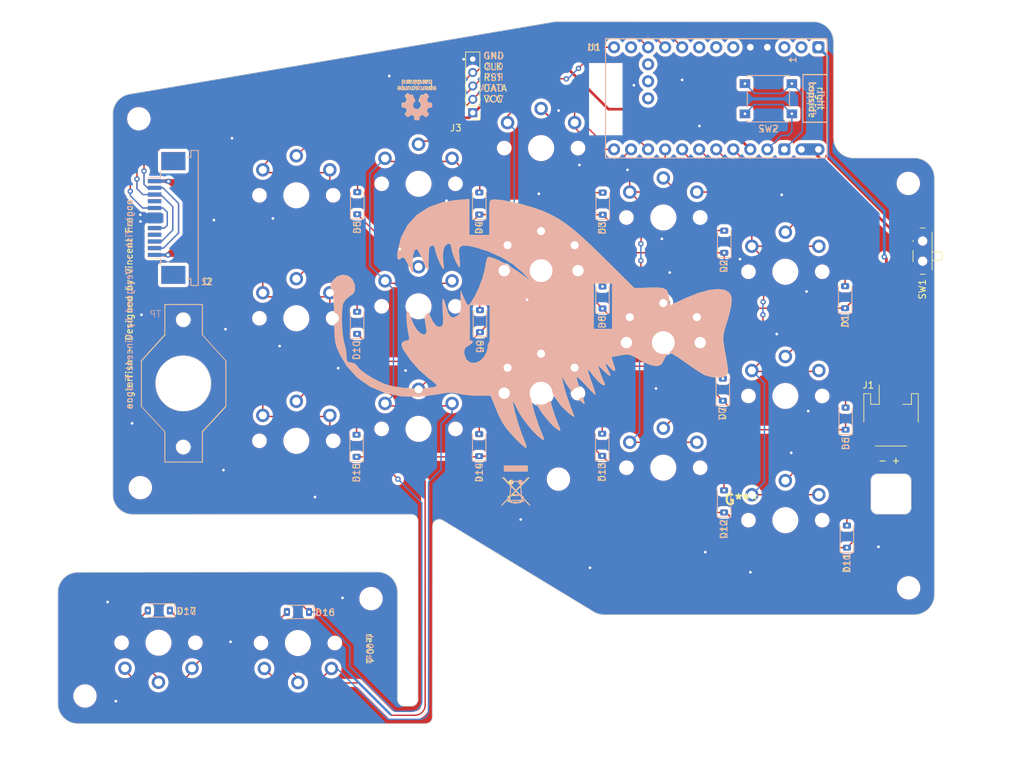
<source format=kicad_pcb>
(kicad_pcb (version 20240108) (generator "pcbnew") (generator_version "8.0")
  (title_block (title "anglerfish") (date "2024-03-20") (rev "v0.1") (company "Vincent Franco"))
  (layers (0 "F.Cu" signal) (31 "B.Cu" signal) (34 "B.Paste" user) (35 "F.Paste" user) (36 "B.SilkS" user "B.Silkscreen") (37 "F.SilkS" user "F.Silkscreen") (38 "B.Mask" user) (39 "F.Mask" user) (44 "Edge.Cuts" user))
  (net 0 "")
  (net 1 "COL0")
  (net 2 "Net-(D1-A)")
  (net 3 "COL1")
  (net 4 "Net-(D2-A)")
  (net 5 "COL2")
  (net 6 "Net-(D3-A)")
  (net 7 "COL3")
  (net 8 "Net-(D4-A)")
  (net 9 "Net-(D5-A)")
  (net 10 "Net-(D6-A)")
  (net 11 "Net-(D7-A)")
  (net 12 "Net-(D8-A)")
  (net 13 "Net-(D9-A)")
  (net 14 "Net-(D10-A)")
  (net 15 "Net-(D11-A)")
  (net 16 "Net-(D12-A)")
  (net 18 "Net-(D14-A)")
  (net 19 "Net-(D15-A)")
  (net 20 "Net-(D16-A)")
  (net 21 "Net-(D17-A)")
  (net 22 "ROW0")
  (net 23 "ROW1")
  (net 24 "ROW2")
  (net 25 "ROW3")
  (net 26 "BATTN")
  (net 27 "BATTP")
  (net 29 "RSTG")
  (net 30 "RSTR")
  (net 32 "TPCLK")
  (net 34 "Net-(D13-A)")
  (net 38 "COL4")
  (net 39 "TPGND")
  (net 41 "TPRST")
  (net 42 "TPDATA")
  (net 43 "TPVCC")
  (footprint "Symbol:OSHW-Logo_5.7x6mm_SilkScreen" (layer "F.Cu") (at 100.8 46.1 180)
    (property "Reference" "REF**" (hide yes))
    (property "Value" "OSHW-Logo_5.7x6mm_SilkScreen" (hide yes))
  )
  (footprint "PCM_marbastlib-xp-choc:SW_choc_Reversible_1u" (layer "F.Cu") (at 137.565 82.327028 180)
    (property "Reference" "CH7" (hide yes))
    (property "Value" "kailh choc")
  )
  (footprint "PCM_marbastlib-xp-choc:SW_choc_Reversible_1u" (layer "F.Cu") (at 101.065 95.202028 180)
    (property "Reference" "CH14" (hide yes))
    (property "Value" "kailh choc")
  )
  (footprint "Diode_SMD:D_SOD-123" (layer "F.Cu") (at 146.45 89.35 90)
    (property "Reference" "D7")
    (property "Value" "1N4148")
  )
  (footprint "Diode_SMD:D_SOD-123" (layer "F.Cu") (at 164.95 111.275 90)
    (property "Reference" "D11")
    (property "Value" "1N4148")
  )
  (footprint "MountingHole:MountingHole_3mm" (layer "F.Cu") (at 93.975 120.533312)
    (property "Reference" "H2" (hide yes))
    (property "Value" "MountingHole" (hide yes))
  )
  (footprint "Connector_PinHeader_2.00mm:PinHeader_1x05_P2.00mm_Vertical" (layer "F.Cu") (at 109.150001 48.025001 180)
    (property "Reference" "J3")
    (property "Value" "Conn_01x05_Socket")
  )
  (footprint "MountingHole:MountingHole_3mm" (layer "F.Cu") (at 51.325 135.058312)
    (property "Reference" "H4" (hide yes))
    (property "Value" "MountingHole" (hide yes))
  )
  (footprint "Button_Switch_SMD:SW_SPDT_PCM12" (layer "F.Cu") (at 175.918836 68.67245 90)
    (property "Reference" "SW1")
    (property "Value" "SW_SPST_PCM12")
  )
  (footprint "PCM_marbastlib-xp-promicroish:nice_nano_AH_USBup" (layer "F.Cu") (at 144.19 45.875 -90)
    (property "Reference" "U1")
    (property "Value" "supermini nrf / nice nano v2")
  )
  (footprint "Diode_SMD:D_SOD-123" (layer "F.Cu") (at 83.083157 122.52466 180)
    (property "Reference" "D16")
    (property "Value" "1N4148")
  )
  (footprint "Diode_SMD:D_SOD-123" (layer "F.Cu") (at 91.825 97.725 90)
    (property "Reference" "D15")
    (property "Value" "1N4148")
  )
  (footprint "PCM_marbastlib-xp-choc:SW_choc_Reversible_1u" (layer "F.Cu") (at 82.84 60.352028 180)
    (property "Reference" "CH5" (hide yes))
    (property "Value" "kailh choc")
  )
  (footprint "Diode_SMD:D_SOD-123" (layer "F.Cu") (at 164.675 75.55 90)
    (property "Reference" "D1")
    (property "Value" "1N4148")
  )
  (footprint "PCM_marbastlib-xp-choc:SW_choc_Reversible_1u" (layer "F.Cu") (at 155.765 108.827028 180)
    (property "Reference" "CH11" (hide yes))
    (property "Value" "kailh choc")
  )
  (footprint "MountingHole:MountingHole_3mm" (layer "F.Cu") (at 174.1 58.575)
    (property "Reference" "H3" (hide yes))
    (property "Value" "MountingHole" (hide yes))
  )
  (footprint "Diode_SMD:D_SOD-123" (layer "F.Cu") (at 128.525 61.6 90)
    (property "Reference" "D3")
    (property "Value" "1N4148")
  )
  (footprint "PCM_marbastlib-xp-choc:SW_choc_Reversible_1u" (layer "F.Cu") (at 101.065 76.914028 180)
    (property "Reference" "CH9" (hide yes))
    (property "Value" "kailh choc")
  )
  (footprint "graphics:fish" (layer "F.Cu") (at 149.185491 105.764659)
    (property "Reference" "G***")
    (property "Value" "LOGO" (hide yes))
  )
  (footprint "PCM_marbastlib-xp-choc:SW_choc_Reversible_1u" (layer "F.Cu") (at 119.34 89.877028 180)
    (property "Reference" "CH13" (hide yes))
    (property "Value" "kailh choc")
  )
  (footprint "Diode_SMD:D_SOD-123" (layer "F.Cu") (at 164.75 93.675 90)
    (property "Reference" "D6")
    (property "Value" "1N4148")
  )
  (footprint "USB4800-03-A_REVA:Trackpoint" (layer "F.Cu") (at 66 88.415)
    (property "Reference" "TP" (hide yes))
    (property "Value" "Trackpoint")
    (fp_circle (center 0 -9.5) (end 1.099999 -9.5) (stroke (width 0.05)) (fill none) (layer "Edge.Cuts"))
    (fp_circle (center 0 0) (end 4.15 0) (stroke (width 0.05)) (fill none) (layer "Edge.Cuts"))
    (fp_circle (center 0 9.5) (end 1.1 9.5) (stroke (width 0.05)) (fill none) (layer "Edge.Cuts"))
  )
  (footprint "MountingHole:MountingHole_3mm" (layer "F.Cu") (at 121.925 102.7)
    (property "Reference" "H1" (hide yes))
    (property "Value" "MountingHole" (hide yes))
  )
  (footprint "Diode_SMD:D_SOD-123" (layer "F.Cu") (at 146.625 106.025 90)
    (property "Reference" "D12")
    (property "Value" "1N4148")
  )
  (footprint "PCM_marbastlib-xp-choc:SW_choc_Reversible_1u" (layer "F.Cu") (at 62.283158 127.114659)
    (property "Reference" "CH17" (hide yes))
    (property "Value" "kailh choc")
  )
  (footprint "PCM_marbastlib-xp-choc:SW_choc_Reversible_1u" (layer "F.Cu") (at 82.84 96.986028 180)
    (property "Reference" "CH15" (hide yes))
    (property "Value" "kailh choc")
  )
  (footprint "MountingHole:MountingHole_3mm" (layer "F.Cu") (at 59.575 103.975)
    (property "Reference" "H1" (hide yes))
    (property "Value" "MountingHole" (hide yes))
  )
  (footprint "MountingHole:MountingHole_3mm" (layer "F.Cu") (at 174.15 118.925)
    (property "Reference" "H6" (hide yes))
    (property "Value" "MountingHole" (hide yes))
  )
  (footprint "Diode_SMD:D_SOD-123" (layer "F.Cu") (at 128.45 97.575 90)
    (property "Reference" "D13")
    (property "Value" "1N4148")
  )
  (footprint "Diode_SMD:D_SOD-123" (layer "F.Cu") (at 91.925 61.525 90)
    (property "Reference" "D5")
    (property "Value" "1N4148")
  )
  (footprint "MountingHole:MountingHole_3mm" (layer "F.Cu") (at 59.35 48.925)
    (property "Reference" "H5")
    (property "Value" "MountingHole" (hide yes))
  )
  (footprint "Diode_SMD:D_SOD-123" (layer "F.Cu") (at 91.9 79.375 90)
    (property "Reference" "D10")
    (property "Value" "1N4148")
  )
  (footprint "PCM_marbastlib-xp-choc:SW_choc_Reversible_1u" (layer "F.Cu") (at 101.065 58.626028 180)
    (property "Reference" "CH4" (hide yes))
    (property "Value" "kailh choc")
  )
  (footprint "Symbol:WEEE-Logo_4.2x6mm_SilkScreen" (layer "F.Cu") (at 115.575 103.7 180)
    (property "Reference" "REF**" (hide yes))
    (property "Value" "WEEE-Logo_4.2x6mm_SilkScreen" (hide yes))
  )
  (footprint "PCM_marbastlib-xp-choc:SW_choc_Reversible_1u" (layer "F.Cu") (at 82.84 78.698028 180)
    (property "Reference" "CH10" (hide yes))
    (property "Value" "kailh choc")
  )
  (footprint "Button_Switch_SMD:SW_SPST_B3S-1000" (layer "F.Cu") (at 153.24 45.935 180)
    (property "Reference" "SW2")
    (property "Value" "SW_SPST_B3S-1000")
  )
  (footprint "PCM_marbastlib-xp-choc:SW_choc_Reversible_1u" (layer "F.Cu") (at 119.34 71.589028 180)
    (property "Reference" "CH8" (hide yes))
    (property "Value" "kailh choc")
  )
  (footprint "Diode_SMD:D_SOD-123" (layer "F.Cu") (at 128.5 75.6 90)
    (property "Reference" "D8")
    (property "Value" "1N4148")
  )
  (footprint "Diode_SMD:D_SOD-123" (layer "F.Cu") (at 110.1 97.625 90)
    (property "Reference" "D14")
    (property "Value" "1N4148")
  )
  (footprint "PCM_marbastlib-xp-choc:SW_choc_Reversible_1u" (layer "F.Cu") (at 155.765 71.753028 180)
    (property "Reference" "CH1" (hide yes))
    (property "Value" "kailh choc")
  )
  (footprint "Diode_SMD:D_SOD-123" (layer "F.Cu") (at 110.225 79.125 90)
    (property "Reference" "D9")
    (property "Value" "1N4148")
  )
  (footprint "Connector_JST:JST_PH_S2B-PH-SM4-TB_1x02-1MP_P2.00mm_Horizontal" (layer "F.Cu") (at 171.525 93.25)
    (property "Reference" "J1")
    (property "Value" "JST_PH_S2B-PH-SM4-TB")
  )
  (footprint "PCM_marbastlib-xp-choc:SW_choc_Reversible_1u" (layer "F.Cu") (at 119.34 53.301028 180)
    (property "Reference" "CH3" (hide yes))
    (property "Value" "kailh choc")
  )
  (footprint "Diode_SMD:D_SOD-123" (layer "F.Cu") (at 110.125 61.575 90)
    (property "Reference" "D4")
    (property "Value" "1N4148")
  )
  (footprint "Connector_FFC-FPC:TE_1-84952-2_1x12-1MP_P1.0mm_Horizontal" (layer "F.Cu") (at 63.499333 63.734276 90)
    (property "Reference" "J2")
    (property "Value" "TE_1-84952-2")
  )
  (footprint "PCM_marbastlib-xp-choc:SW_choc_Reversible_1u" (layer "F.Cu") (at 155.765 90.290028 180)
    (property "Reference" "CH6" (hide yes))
    (property "Value" "kailh choc")
  )
  (footprint "PCM_marbastlib-xp-choc:SW_choc_Reversible_1u" (layer "F.Cu") (at 137.565 100.996028 180)
    (property "Reference" "CH12" (hide yes))
    (property "Value" "kailh choc")
  )
  (footprint "Diode_SMD:D_SOD-123" (layer "F.Cu") (at 146.65 67.275 90)
    (property "Reference" "D2")
    (property "Value" "1N4148")
  )
  (footprint "PCM_marbastlib-xp-choc:SW_choc_Reversible_1u" (layer "F.Cu") (at 137.565 63.658028 180)
    (property "Reference" "CH2" (hide yes))
    (property "Value" "kailh choc")
  )
  (footprint "PCM_marbastlib-xp-choc:SW_choc_Reversible_1u" (layer "F.Cu") (at 83.075 127.158312)
    (property "Reference" "CH16" (hide yes))
    (property "Value" "kailh choc")
  )
  (footprint "Diode_SMD:D_SOD-123" (layer "F.Cu") (at 62.343158 122.30466 180)
    (property "Reference" "D17")
    (property "Value" "1N4148")
  )
  (footprint "Button_Switch_SMD:SW_SPST_B3S-1000" (layer "B.Cu") (at 153.24 45.935)
    (property "Reference" "SW2")
    (property "Value" "SW_SPST_B3S-1000")
  )
  (footprint "Diode_SMD:D_SOD-123" (layer "B.Cu") (at 128.5 75.6 90)
    (property "Reference" "D8")
    (property "Value" "1N4148")
  )
  (footprint "Diode_SMD:D_SOD-123" (layer "B.Cu") (at 91.925 61.525 90)
    (property "Reference" "D5")
    (property "Value" "1N4148")
  )
  (footprint "Diode_SMD:D_SOD-123" (layer "B.Cu") (at 62.343158 122.30466 180)
    (property "Reference" "D17")
    (property "Value" "1N4148")
  )
  (footprint "Diode_SMD:D_SOD-123" (layer "B.Cu") (at 110.125 61.575 90)
    (property "Reference" "D4")
    (property "Value" "1N4148")
  )
  (footprint "Diode_SMD:D_SOD-123" (layer "B.Cu") (at 110.1 97.625 90)
    (property "Reference" "D14")
    (property "Value" "1N4148")
  )
  (footprint "Diode_SMD:D_SOD-123" (layer "B.Cu") (at 128.525 61.6 90)
    (property "Reference" "D3")
    (property "Value" "1N4148")
  )
  (footprint "Diode_SMD:D_SOD-123" (layer "B.Cu") (at 146.45 89.35 90)
    (property "Reference" "D7")
    (property "Value" "1N4148")
  )
  (footprint "Diode_SMD:D_SOD-123" (layer "B.Cu") (at 110.225 79.125 90)
    (property "Reference" "D9")
    (property "Value" "1N4148")
  )
  (footprint "Diode_SMD:D_SOD-123" (layer "B.Cu") (at 128.45 97.575 90)
    (property "Reference" "D13")
    (property "Value" "1N4148")
  )
  (footprint "Diode_SMD:D_SOD-123" (layer "B.Cu") (at 146.625 106.025 90)
    (property "Reference" "D12")
    (property "Value" "1N4148")
  )
  (footprint "Symbol:WEEE-Logo_4.2x6mm_SilkScreen" (layer "B.Cu") (at 115.55 103.7)
    (property "Reference" "REF**" (hide yes))
    (property "Value" "WEEE-Logo_4.2x6mm_SilkScreen" (hide yes))
  )
  (footprint "Diode_SMD:D_SOD-123" (layer "B.Cu") (at 164.95 111.275 90)
    (property "Reference" "D11")
    (property "Value" "1N4148")
  )
  (footprint "Diode_SMD:D_SOD-123" (layer "B.Cu") (at 91.9 79.375 90)
    (property "Reference" "D10")
    (property "Value" "1N4148")
  )
  (footprint "Diode_SMD:D_SOD-123" (layer "B.Cu") (at 146.65 67.275 90)
    (property "Reference" "D2")
    (property "Value" "1N4148")
  )
  (footprint "Diode_SMD:D_SOD-123" (layer "B.Cu") (at 91.825 97.725 90)
    (property "Reference" "D15")
    (property "Value" "1N4148")
  )
  (footprint "Connector_FFC-FPC:TE_1-84952-2_1x12-1MP_P1.0mm_Horizontal" (layer "B.Cu") (at 63.51 63.735001 -90)
    (property "Reference" "J2")
    (property "Value" "TE_1-84952-2")
  )
  (footprint "Diode_SMD:D_SOD-123" (layer "B.Cu") (at 164.75 93.675 90)
    (property "Reference" "D6")
    (property "Value" "1N4148")
  )
  (footprint "Diode_SMD:D_SOD-123" (layer "B.Cu") (at 164.675 75.55 90)
    (property "Reference" "D1")
    (property "Value" "1N4148")
  )
  (footprint "Diode_SMD:D_SOD-123" (layer "B.Cu") (at 83.087408 122.529789 180)
    (property "Reference" "D16")
    (property "Value" "1N4148")
  )
  (footprint "Symbol:OSHW-Logo_5.7x6mm_SilkScreen" (layer "B.Cu") (at 100.85 46.125)
    (property "Reference" "REF**" (hide yes))
    (property "Value" "OSHW-Logo_5.7x6mm_SilkScreen" (hide yes))
  )
  (gr_line (start 50.275 139.183312) (end 102.125 139.183312) (stroke (width 0.1)) (layer "Edge.Cuts"))
  (gr_arc (start 159.951808 34.448193) (mid 162.071962 35.327511) (end 162.95 37.448192) (stroke (width 0.1)) (layer "Edge.Cuts"))
  (gr_arc (start 175 54.775) (mid 177.12132 55.65368) (end 178 57.775) (stroke (width 0.1)) (layer "Edge.Cuts"))
  (gr_arc (start 168.525 102.925) (mid 168.817893 102.217893) (end 169.525 101.925) (stroke (width 0.1)) (layer "Edge.Cuts"))
  (gr_arc (start 103.15 109.701311) (mid 103.659429 108.829899) (end 104.668685 108.846346) (stroke (width 0.1)) (layer "Edge.Cuts"))
  (gr_line (start 47.275 119.60831) (end 47.275 136.183312) (stroke (width 0.1)) (layer "Edge.Cuts"))
  (gr_line (start 169.525 101.925) (end 173.525 101.925) (stroke (width 0.1)) (layer "Edge.Cuts"))
  (gr_arc (start 173.525 101.925) (mid 174.232107 102.217893) (end 174.525 102.925) (stroke (width 0.1)) (layer "Edge.Cuts"))
  (gr_line (start 178 57.775) (end 178 119.925) (stroke (width 0.1)) (layer "Edge.Cuts"))
  (gr_line (start 174.525 102.925) (end 174.525 106.925) (stroke (width 0.1)) (layer "Edge.Cuts"))
  (gr_arc (start 98.925 136.583312) (mid 98.217893 136.290419) (end 97.925 135.583312) (stroke (width 0.1)) (layer "Edge.Cuts"))
  (gr_arc (start 58.475824 107.974176) (mid 56.353979 107.095786) (end 55.475 104.974176) (stroke (width 0.1)) (layer "Edge.Cuts"))
  (gr_arc (start 121.22386 34.467808) (mid 121.475906 34.435752) (end 121.729761 34.425154) (stroke (width 0.1)) (layer "Edge.Cuts"))
  (gr_line (start 165.95 54.775) (end 175 54.775) (stroke (width 0.1)) (layer "Edge.Cuts"))
  (gr_arc (start 55.475 48.206906) (mid 56.182371 46.271997) (end 57.970907 45.249561) (stroke (width 0.1)) (layer "Edge.Cuts"))
  (gr_arc (start 94.92107 116.549825) (mid 97.044927 117.427114) (end 97.925 119.549822) (stroke (width 0.1)) (layer "Edge.Cuts"))
  (gr_line (start 101 108.962775) (end 100.975 135.583312) (stroke (width 0.1)) (layer "Edge.Cuts"))
  (gr_line (start 50.27107 116.608312) (end 94.92107 116.549825) (stroke (width 0.1)) (layer "Edge.Cuts"))
  (gr_line (start 57.970907 45.249561) (end 121.22386 34.467808) (stroke (width 0.1)) (layer "Edge.Cuts"))
  (gr_line (start 99.975 136.583312) (end 98.925 136.583312) (stroke (width 0.1)) (layer "Edge.Cuts"))
  (gr_line (start 127.157804 122.489897) (end 104.668685 108.846346) (stroke (width 0.1)) (layer "Edge.Cuts"))
  (gr_arc (start 128.713859 122.925) (mid 127.905993 122.814167) (end 127.157804 122.489897) (stroke (width 0.1)) (layer "Edge.Cuts"))
  (gr_arc (start 50.275 139.183312) (mid 48.15368 138.304632) (end 47.275 136.183312) (stroke (width 0.1)) (layer "Edge.Cuts"))
  (gr_line (start 173.525 107.925) (end 169.525 107.925) (stroke (width 0.1)) (layer "Edge.Cuts"))
  (gr_arc (start 178 119.925) (mid 177.12132 122.04632) (end 175 122.925) (stroke (width 0.1)) (layer "Edge.Cuts"))
  (gr_arc (start 100.975 135.583312) (mid 100.682107 136.290419) (end 99.975 136.583312) (stroke (width 0.1)) (layer "Edge.Cuts"))
  (gr_line (start 168.525 106.925) (end 168.525 102.925) (stroke (width 0.1)) (layer "Edge.Cuts"))
  (gr_line (start 97.925 119.549822) (end 97.925 135.583312) (stroke (width 0.1)) (layer "Edge.Cuts"))
  (gr_arc (start 174.525 106.925) (mid 174.232107 107.632107) (end 173.525 107.925) (stroke (width 0.1)) (layer "Edge.Cuts"))
  (gr_line (start 99.999725 107.962775) (end 58.475824 107.974176) (stroke (width 0.1)) (layer "Edge.Cuts"))
  (gr_line (start 162.95 37.448192) (end 162.95 51.775) (stroke (width 0.1)) (layer "Edge.Cuts"))
  (gr_line (start 103.125 138.183312) (end 103.15 109.701311) (stroke (width 0.1)) (layer "Edge.Cuts"))
  (gr_line (start 55.475 104.974176) (end 55.475 48.206906) (stroke (width 0.1)) (layer "Edge.Cuts"))
  (gr_arc (start 165.95 54.775) (mid 163.82868 53.89632) (end 162.95 51.775) (stroke (width 0.1)) (layer "Edge.Cuts"))
  (gr_arc (start 99.999725 107.962775) (mid 100.707018 108.255569) (end 101 108.962775) (stroke (width 0.1)) (layer "Edge.Cuts"))
  (gr_arc (start 103.125 138.183312) (mid 102.832107 138.890419) (end 102.125 139.183312) (stroke (width 0.1)) (layer "Edge.Cuts"))
  (gr_arc (start 169.525 107.925) (mid 168.817893 107.632107) (end 168.525 106.925) (stroke (width 0.1)) (layer "Edge.Cuts"))
  (gr_line (start 175 122.925) (end 128.713859 122.925) (stroke (width 0.1)) (layer "Edge.Cuts"))
  (gr_arc (start 47.275 119.60831) (mid 48.152283 117.488372) (end 50.27107 116.608312) (stroke (width 0.1)) (layer "Edge.Cuts"))
  (gr_line (start 121.729761 34.425154) (end 159.951808 34.448193) (stroke (width 0.1)) (layer "Edge.Cuts"))
  (gr_text "anglerfish - Designed by Vincent Franco" (at 58.5 60.8 90) (layer "B.SilkS") (effects (font (size 1 1)) (justify left bottom mirror)))
  (gr_text "GND\nCLK\nRST\nDATA\nVCC" (at 113.85 46.55 -0) (layer "B.SilkS") (effects (font (size 1 1)) (justify left bottom mirror)))
  (gr_text "rev0.1" (at 93.175 130.425 -90) (layer "B.SilkS") (effects (font (size 1 1)) (justify left bottom mirror)))
  (gr_text "+ -" (at 172.975 100.5 -0) (layer "F.SilkS") (effects (font (size 1 1)) (justify left bottom mirror)))
  (gr_text "anglerfish - Designed by Vincent Franco" (at 58.5 92.4 90) (layer "F.SilkS") (effects (font (size 1 1)) (justify left bottom)))
  (gr_text "GND\nCLK\nRST\nDATA\nVCC" (at 110.675 46.575 0) (layer "F.SilkS") (effects (font (size 1 1)) (justify left bottom)))
  (gr_text "rev0.1" (at 93.2 125.6 -90) (layer "F.SilkS") (effects (font (size 1 1)) (justify left bottom)))
  (segment (start 150.765 105.027028) (end 160.765 105.027028) (width 0.2) (layer "F.Cu") (net 1))
  (segment (start 152.525 76.175) (end 152.525 69.713028) (width 0.2) (layer "F.Cu") (net 1))
  (segment (start 150.765 86.490028) (end 150.899972 86.625) (width 0.2) (layer "F.Cu") (net 1))
  (segment (start 152.45 76.25) (end 152.525 76.175) (width 0.2) (layer "F.Cu") (net 1))
  (segment (start 150.765 64.115) (end 140.733553 54.083553) (width 0.2) (layer "F.Cu") (net 1))
  (segment (start 150.765 67.953028) (end 150.768028 67.95) (width 0.2) (layer "F.Cu") (net 1))
  (segment (start 160.761972 67.95) (end 160.765 67.953028) (width 0.2) (layer "F.Cu") (net 1))
  (segment (start 160.630028 86.625) (end 160.765 86.490028) (width 0.2) (layer "F.Cu") (net 1))
  (segment (start 140.733553 54.083553) (end 140.733553 53.848553) (width 0.2) (layer "F.Cu") (net 1))
  (segment (start 150.765 67.953028) (end 150.765 64.115) (width 0.2) (layer "F.Cu") (net 1))
  (segment (start 152.425 78.175) (end 152.425 84.830028) (width 0.2) (layer "F.Cu") (net 1))
  (segment (start 150.899972 86.625) (end 160.630028 86.625) (width 0.2) (layer "F.Cu") (net 1))
  (segment (start 152.525 69.713028) (end 150.765 67.953028) (width 0.2) (layer "F.Cu") (net 1))
  (segment (start 152.425 84.830028) (end 150.765 86.490028) (width 0.2) (layer "F.Cu") (net 1))
  (segment (start 150.768028 67.95) (end 160.761972 67.95) (width 0.2) (layer "F.Cu") (net 1))
  (via (at 152.425 78.175) (size 0.8) (drill 0.4) (layers "F.Cu" "B.Cu") (net 1))
  (via (at 152.45 76.25) (size 0.8) (drill 0.4) (layers "F.Cu" "B.Cu") (net 1))
  (segment (start 152.45 76.25) (end 152.425 76.275) (width 0.2) (layer "B.Cu") (net 1))
  (segment (start 152.425 76.275) (end 152.425 78.175) (width 0.2) (layer "B.Cu") (net 1))
  (segment (start 152.65 103.142028) (end 150.765 105.027028) (width 0.2) (layer "B.Cu") (net 1))
  (segment (start 152.65 88.375028) (end 152.65 103.142028) (width 0.2) (layer "B.Cu") (net 1))
  (segment (start 150.765 86.490028) (end 152.65 88.375028) (width 0.2) (layer "B.Cu") (net 1))
  (segment (start 164.675 73.9) (end 164.675 66.3) (width 0.2) (layer "F.Cu") (net 2))
  (segment (start 164.675 66.3) (end 162.35 63.975) (width 0.2) (layer "F.Cu") (net 2))
  (segment (start 157.643028 63.975) (end 155.765 65.853028) (width 0.2) (layer "F.Cu") (net 2))
  (segment (start 162.35 63.975) (end 157.643028 63.975) (width 0.2) (layer "F.Cu") (net 2))
  (via (at 164.675 73.9) (size 0.8) (drill 0.4) (layers "F.Cu" "B.Cu") (net 2))
  (segment (start 141.750001 67.4) (end 140.1 65.749999) (width 0.2) (layer "F.Cu") (net 3))
  (segment (start 132.565 97.196028) (end 142.565 97.196028) (width 0.2) (layer "F.Cu") (net 3))
  (segment (start 137.758028 59.858028) (end 132.565 59.858028) (width 0.2) (layer "F.Cu") (net 3))
  (segment (start 137.35 55.3) (end 135.45 55.3) (width 0.2) (layer "F.Cu") (net 3))
  (segment (start 144.408028 59.858028) (end 148.375 63.825) (width 0.2) (layer "F.Cu") (net 3))
  (segment (start 132.565 58.185) (end 132.565 59.858028) (width 0.2) (layer "F.Cu") (net 3))
  (segment (start 134.25 67.55) (end 134.25 61.543028) (width 0.2) (layer "F.Cu") (net 3))
  (segment (start 148.375 66.2) (end 147.175 67.4) (width 0.2) (layer "F.Cu") (net 3))
  (segment (start 137.84 54.81) (end 137.35 55.3) (width 0.2) (layer "F.Cu") (net 3))
  (segment (start 148.375 63.825) (end 148.375 66.2) (width 0.2) (layer "F.Cu") (net 3))
  (segment (start 142.565 59.858028) (end 144.408028 59.858028) (width 0.2) (layer "F.Cu") (net 3))
  (segment (start 132.565 78.527028) (end 132.812972 78.775) (width 0.2) (layer "F.Cu") (net 3))
  (segment (start 134.225 70.1) (end 134.225 76.867028) (width 0.2) (layer "F.Cu") (net 3))
  (segment (start 134.225 76.867028) (end 132.565 78.527028) (width 0.2) (layer "F.Cu") (net 3))
  (segment (start 140.1 62.2) (end 137.758028 59.858028) (width 0.2) (layer "F.Cu") (net 3))
  (segment (start 134.225 67.575) (end 134.25 67.55) (width 0.2) (layer "F.Cu") (net 3))
  (segment (start 142.317028 78.775) (end 142.565 78.527028) (width 0.2) (layer "F.Cu") (net 3))
  (segment (start 134.25 61.543028) (end 132.565 59.858028) (width 0.2) (layer "F.Cu") (net 3))
  (segment (start 147.175 67.4) (end 141.750001 67.4) (width 0.2) (layer "F.Cu") (net 3))
  (segment (start 135.45 55.3) (end 132.565 58.185) (width 0.2) (layer "F.Cu") (net 3))
  (segment (start 137.84 53.495) (end 137.84 54.81) (width 0.2) (layer "F.Cu") (net 3))
  (segment (start 140.1 65.749999) (end 140.1 62.2) (width 0.2) (layer "F.Cu") (net 3))
  (segment (start 132.812972 78.775) (end 142.317028 78.775) (width 0.2) (layer "F.Cu") (net 3))
  (via (at 134.225 67.575) (size 0.8) (drill 0.4) (layers "F.Cu" "B.Cu") (net 3))
  (via (at 134.225 70.1) (size 0.8) (drill 0.4) (layers "F.Cu" "B.Cu") (net 3))
  (segment (start 132.565 97.196028) (end 134.025 95.736028) (width 0.2) (layer "B.Cu") (net 3))
  (segment (start 134.025 79.987028) (end 132.565 78.527028) (width 0.2) (layer "B.Cu") (net 3))
  (segment (start 134.225 67.575) (end 134.225 70.1) (width 0.2) (layer "B.Cu") (net 3))
  (segment (start 134.025 95.736028) (end 134.025 79.987028) (width 0.2) (layer "B.Cu") (net 3))
  (segment (start 146.625 65.6) (end 142.375 65.6) (width 0.2) (layer "F.Cu") (net 4))
  (segment (start 141.175 64.4) (end 141.175 61.35) (width 0.2) (layer "F.Cu") (net 4))
  (segment (start 137.583028 57.758028) (end 137.565 57.758028) (width 0.2) (layer "F.Cu") (net 4))
  (segment (start 146.65 65.625) (end 146.625 65.6) (width 0.2) (layer "F.Cu") (net 4))
  (segment (start 141.175 61.35) (end 137.583028 57.758028) (width 0.2) (layer "F.Cu") (net 4))
  (segment (start 142.375 65.6) (end 141.175 64.4) (width 0.2) (layer "F.Cu") (net 4))
  (via (at 146.65 65.625) (size 0.8) (drill 0.4) (layers "F.Cu" "B.Cu") (net 4))
  (segment (start 114.34 86.077028) (end 114.687972 86.425) (width 0.2) (layer "F.Cu") (net 5))
  (segment (start 117.55 45.3) (end 122.05 45.3) (width 0.2) (layer "F.Cu") (net 5))
  (segment (start 114.34 48.51) (end 117.55 45.3) (width 0.2) (layer "F.Cu") (net 5))
  (segment (start 124.054028 68.075) (end 124.34 67.789028) (width 0.2) (layer "F.Cu") (net 5))
  (segment (start 114.687972 86.425) (end 123.992028 86.425) (width 0.2) (layer "F.Cu") (net 5))
  (segment (start 114.625972 68.075) (end 124.054028 68.075) (width 0.2) (layer "F.Cu") (net 5))
  (segment (start 124.34 49.501028) (end 124.34 50.24) (width 0.2) (layer "F.Cu") (net 5))
  (segment (start 114.34 48.51) (end 114.34 49.501028) (width 0.2) (layer "F.Cu") (net 5))
  (segment (start 114.34 67.789028) (end 114.625972 68.075) (width 0.2) (layer "F.Cu") (net 5))
  (segment (start 127.595 53.495) (end 130.22 53.495) (width 0.2) (layer "F.Cu") (net 5))
  (segment (start 124.34 47.59) (end 124.34 49.501028) (width 0.2) (layer "F.Cu") (net 5))
  (segment (start 124.34 50.24) (end 127.595 53.495) (width 0.2) (layer "F.Cu") (net 5))
  (segment (start 122.05 45.3) (end 124.34 47.59) (width 0.2) (layer "F.Cu") (net 5))
  (segment (start 123.992028 86.425) (end 124.34 86.077028) (width 0.2) (layer "F.Cu") (net 5))
  (segment (start 122 70.129028) (end 122 83.737028) (width 0.2) (layer "B.Cu") (net 5))
  (segment (start 115.34 50.501028) (end 115.34 66.789028) (width 0.2) (layer "B.Cu") (net 5))
  (segment (start 124.34 67.789028) (end 122 70.129028) (width 0.2) (layer "B.Cu") (net 5))
  (segment (start 122 83.737028) (end 124.34 86.077028) (width 0.2) (layer "B.Cu") (net 5))
  (segment (start 115.34 66.789028) (end 114.34 67.789028) (width 0.2) (layer "B.Cu") (net 5))
  (segment (start 114.34 49.501028) (end 115.34 50.501028) (width 0.2) (layer "B.Cu") (net 5))
  (segment (start 123.925 59.95) (end 122 58.025) (width 0.2) (layer "F.Cu") (net 6))
  (segment (start 128.525 59.95) (end 123.925 59.95) (width 0.2) (layer "F.Cu") (net 6))
  (segment (start 122 58.025) (end 122 50.061028) (width 0.2) (layer "F.Cu") (net 6))
  (segment (start 122 50.061028) (end 119.34 47.401028) (width 0.25) (layer "F.Cu") (net 6))
  (via (at 128.525 59.95) (size 0.8) (drill 0.4) (layers "F.Cu" "B.Cu") (net 6))
  (segment (start 96.065 91.402028) (end 96.437972 91.775) (width 0.2) (layer "F.Cu") (net 7))
  (segment (start 84.1 134.933312) (end 88.075 130.958312) (width 0.2) (layer "F.Cu") (net 7))
  (segment (start 82.05 134.933312) (end 84.1 134.933312) (width 0.2) (layer "F.Cu") (net 7))
  (segment (start 96.425972 73.475) (end 105.704028 73.475) (width 0.2) (layer "F.Cu") (net 7))
  (segment (start 130.15 56.105) (end 132.76 53.495) (width 0.2) (layer "F.Cu") (net 7))
  (segment (start 105.704028 73.475) (end 106.065 73.114028) (width 0.2) (layer "F.Cu") (net 7))
  (segment (start 130.15 61.1) (end 130.15 56.105) (width 0.2) (layer "F.Cu") (net 7))
  (segment (start 96.065 73.114028) (end 96.425972 73.475) (width 0.2) (layer "F.Cu") (net 7))
  (segment (start 106.065 54.826028) (end 108.4 57.161028) (width 0.2) (layer "F.Cu") (net 7))
  (segment (start 108.4 61.225) (end 108.775 61.6) (width 0.2) (layer "F.Cu") (net 7))
  (segment (start 108.775 61.6) (end 129.65 61.6) (width 0.2) (layer "F.Cu") (net 7))
  (segment (start 105.591028 55.3) (end 106.065 54.826028) (width 0.2) (layer "F.Cu") (net 7))
  (segment (start 96.065 54.826028) (end 96.538972 55.3) (width 0.2) (layer "F.Cu") (net 7))
  (segment (start 129.65 61.6) (end 130.15 61.1) (width 0.2) (layer "F.Cu") (net 7))
  (segment (start 96.538972 55.3) (end 105.591028 55.3) (width 0.2) (layer "F.Cu") (net 7))
  (segment (start 108.4 57.161028) (end 108.4 61.225) (width 0.2) (layer "F.Cu") (net 7))
  (segment (start 78.075 130.958312) (end 82.05 134.933312) (width 0.2) (layer "F.Cu") (net 7))
  (segment (start 96.437972 91.775) (end 106.35 91.775) (width 0.2) (layer "F.Cu") (net 7))
  (segment (start 96.065 73.114028) (end 97.325 74.374028) (width 0.2) (layer "B.Cu") (net 7))
  (segment (start 97.325 74.374028) (end 97.325 90.142028) (width 0.2) (layer "B.Cu") (net 7))
  (segment (start 93.8 70.849028) (end 96.065 73.114028) (width 0.2) (layer "B.Cu") (net 7))
  (segment (start 97.325 90.142028) (end 96.065 91.402028) (width 0.2) (layer "B.Cu") (net 7))
  (segment (start 101.168461 138.533312) (end 96.5 138.533312) (width 0.2) (layer "B.Cu") (net 7))
  (segment (start 104.425 101.275) (end 102.55 103.15) (width 0.2) (layer "B.Cu") (net 7))
  (segment (start 93.8 57.091028) (end 93.8 70.849028) (width 0.2) (layer "B.Cu") (net 7))
  (segment (start 102.55 103.15) (end 102.55 137.151773) (width 0.2) (layer "B.Cu") (net 7))
  (segment (start 96.065 54.826028) (end 93.8 57.091028) (width 0.2) (layer "B.Cu") (net 7))
  (segment (start 106.065 91.402028) (end 106.065 92.785) (width 0.2) (layer "B.Cu") (net 7))
  (segment (start 104.425 94.425) (end 104.425 101.275) (width 0.2) (layer "B.Cu") (net 7))
  (segment (start 106.065 92.785) (end 104.425 94.425) (width 0.2) (layer "B.Cu") (net 7))
  (segment (start 88.925 130.958312) (end 88.075 130.958312) (width 0.2) (layer "B.Cu") (net 7))
  (segment (start 96.5 138.533312) (end 88.925 130.958312) (width 0.2) (layer "B.Cu") (net 7))
  (arc (start 102.55 137.151773) (mid 102.145357 138.128669) (end 101.168461 138.533312) (width 0.2) (layer "B.Cu") (net 7))
  (segment (start 107.95 52.25) (end 101.541028 52.25) (width 0.2) (layer "F.Cu") (net 8))
  (segment (start 110.2 59.85) (end 110.2 54.5) (width 0.2) (layer "F.Cu") (net 8))
  (segment (start 110.2 54.5) (end 107.95 52.25) (width 0.2) (layer "F.Cu") (net 8))
  (segment (start 101.541028 52.25) (end 101.065 52.726028) (width 0.2) (layer "F.Cu") (net 8))
  (segment (start 110.125 59.925) (end 110.2 59.85) (width 0.2) (layer "F.Cu") (net 8))
  (via (at 110.125 59.925) (size 0.8) (drill 0.4) (layers "F.Cu" "B.Cu") (net 8))
  (segment (start 91.975 54.325) (end 90.225 52.575) (width 0.2) (layer "F.Cu") (net 9))
  (segment (start 84.717028 52.575) (end 82.84 54.452028) (width 0.2) (layer "F.Cu") (net 9))
  (segment (start 91.925 59.875) (end 91.975 59.825) (width 0.2) (layer "F.Cu") (net 9))
  (segment (start 91.975 59.825) (end 91.975 54.325) (width 0.2) (layer "F.Cu") (net 9))
  (segment (start 90.225 52.575) (end 84.717028 52.575) (width 0.2) (layer "F.Cu") (net 9))
  (via (at 91.925 59.875) (size 0.8) (drill 0.4) (layers "F.Cu" "B.Cu") (net 9))
  (segment (start 164.75 92.025) (end 164.75 83.95) (width 0.2) (layer "F.Cu") (net 10))
  (segment (start 158.380028 81.775) (end 155.765 84.390028) (width 0.2) (layer "F.Cu") (net 10))
  (segment (start 162.575 81.775) (end 158.380028 81.775) (width 0.2) (layer "F.Cu") (net 10))
  (segment (start 164.75 83.95) (end 162.575 81.775) (width 0.2) (layer "F.Cu") (net 10))
  (via (at 164.75 92.025) (size 0.8) (drill 0.4) (layers "F.Cu" "B.Cu") (net 10))
  (segment (start 143.7 73.675) (end 139 73.675) (width 0.2) (layer "F.Cu") (net 11))
  (segment (start 137.565 75.11) (end 137.565 76.427028) (width 0.2) (layer "F.Cu") (net 11))
  (segment (start 139 73.675) (end 137.565 75.11) (width 0.2) (layer "F.Cu") (net 11))
  (segment (start 146.45 76.425) (end 143.7 73.675) (width 0.2) (layer "F.Cu") (net 11))
  (segment (start 146.45 87.7) (end 146.45 76.425) (width 0.2) (layer "F.Cu") (net 11))
  (via (at 146.45 87.7) (size 0.8) (drill 0.4) (layers "F.Cu" "B.Cu") (net 11))
  (segment (start 128.5 73.95) (end 128.575 73.875) (width 0.2) (layer "F.Cu") (net 12))
  (segment (start 128.575 73.875) (end 128.575 68.375) (width 0.2) (layer "F.Cu") (net 12))
  (segment (start 128.575 68.375) (end 125.55 65.35) (width 0.2) (layer "F.Cu") (net 12))
  (segment (start 125.55 65.35) (end 119.679028 65.35) (width 0.2) (layer "F.Cu") (net 12))
  (segment (start 119.679028 65.35) (end 119.34 65.689028) (width 0.2) (layer "F.Cu") (net 12))
  (via (at 128.5 73.95) (size 0.8) (drill 0.4) (layers "F.Cu" "B.Cu") (net 12))
  (segment (start 110.225 77.475) (end 110.2 77.45) (width 0.2) (layer "F.Cu") (net 13))
  (segment (start 107.7 68.85) (end 103.229028 68.85) (width 0.2) (layer "F.Cu") (net 13))
  (segment (start 110.2 77.45) (end 110.2 71.35) (width 0.2) (layer "F.Cu") (net 13))
  (segment (start 103.229028 68.85) (end 101.065 71.014028) (width 0.2) (layer "F.Cu") (net 13))
  (segment (start 110.2 71.35) (end 107.7 68.85) (width 0.2) (layer "F.Cu") (net 13))
  (via (at 110.225 77.475) (size 0.8) (drill 0.4) (layers "F.Cu" "B.Cu") (net 13))
  (segment (start 89.95 70.6) (end 85.038028 70.6) (width 0.2) (layer "F.Cu") (net 14))
  (segment (start 85.038028 70.6) (end 82.84 72.798028) (width 0.2) (layer "F.Cu") (net 14))
  (segment (start 91.9 72.55) (end 89.95 70.6) (width 0.2) (layer "F.Cu") (net 14))
  (segment (start 91.9 77.725) (end 91.9 72.55) (width 0.2) (layer "F.Cu") (net 14))
  (via (at 91.9 77.725) (size 0.8) (drill 0.4) (layers "F.Cu" "B.Cu") (net 14))
  (segment (start 162.325 100.475) (end 158.217028 100.475) (width 0.2) (layer "F.Cu") (net 15))
  (segment (start 158.217028 100.475) (end 155.765 102.927028) (width 0.2) (layer "F.Cu") (net 15))
  (segment (start 164.95 109.625) (end 164.95 103.1) (width 0.2) (layer "F.Cu") (net 15))
  (segment (start 164.95 103.1) (end 162.325 100.475) (width 0.2) (layer "F.Cu") (net 15))
  (via (at 164.95 109.625) (size 0.8) (drill 0.4) (layers "F.Cu" "B.Cu") (net 15))
  (segment (start 144.2 92.65) (end 140.011028 92.65) (width 0.2) (layer "F.Cu") (net 16))
  (segment (start 146.625 95.075) (end 144.2 92.65) (width 0.2) (layer "F.Cu") (net 16))
  (segment (start 146.625 104.375) (end 146.625 95.075) (width 0.2) (layer "F.Cu") (net 16))
  (segment (start 140.011028 92.65) (end 137.565 95.096028) (width 0.2) (layer "F.Cu") (net 16))
  (via (at 146.625 104.375) (size 0.8) (drill 0.4) (layers "F.Cu" "B.Cu") (net 16))
  (segment (start 103.167028 87.2) (end 101.065 89.302028) (width 0.2) (layer "F.Cu") (net 18))
  (segment (start 110.1 95.975) (end 110.125 95.95) (width 0.2) (layer "F.Cu") (net 18))
  (segment (start 110.125 89.4) (end 107.925 87.2) (width 0.2) (layer "F.Cu") (net 18))
  (segment (start 107.925 87.2) (end 103.167028 87.2) (width 0.2) (layer "F.Cu") (net 18))
  (segment (start 110.125 95.95) (end 110.125 89.4) (width 0.2) (layer "F.Cu") (net 18))
  (via (at 110.1 95.975) (size 0.8) (drill 0.4) (layers "F.Cu" "B.Cu") (net 18))
  (segment (start 91.825 91.15) (end 89.525 88.85) (width 0.2) (layer "F.Cu") (net 19))
  (segment (start 91.825 96.075) (end 91.825 91.15) (width 0.2) (layer "F.Cu") (net 19))
  (segment (start 85.076028 88.85) (end 82.84 91.086028) (width 0.2) (layer "F.Cu") (net 19))
  (segment (start 89.525 88.85) (end 85.076028 88.85) (width 0.2) (layer "F.Cu") (net 19))
  (via (at 91.825 96.075) (size 0.8) (drill 0.4) (layers "F.Cu" "B.Cu") (net 19))
  (segment (start 80.05 123.933312) (end 80.05 129.358312) (width 0.2) (layer "F.Cu") (net 20))
  (segment (start 81.433158 122.524659) (end 81.433158 122.550154) (width 0.2) (layer "F.Cu") (net 20))
  (segment (start 81.433158 122.524659) (end 81.433158 122.525537) (width 0.2) (layer "F.Cu") (net 20))
  (segment (start 83.075 132.383312) (end 83.075 133.058312) (width 0.2) (layer "F.Cu") (net 20))
  (segment (start 81.433158 122.525537) (end 81.437409 122.529788) (width 0.2) (layer "F.Cu") (net 20))
  (segment (start 80.05 129.358312) (end 83.075 132.383312) (width 0.2) (layer "F.Cu") (net 20))
  (segment (start 81.433158 122.550154) (end 80.05 123.933312) (width 0.2) (layer "F.Cu") (net 20))
  (via (at 81.437409 122.529788) (size 0.8) (drill 0.4) (layers "F.Cu" "B.Cu") (net 20))
  (segment (start 60.678653 122.304659) (end 59.3 123.683312) (width 0.2) (layer "F.Cu") (net 21))
  (segment (start 62.283158 132.46647) (end 62.283158 133.014659) (width 0.2) (layer "F.Cu") (net 21))
  (segment (start 59.3 129.483312) (end 62.283158 132.46647) (width 0.2) (layer "F.Cu") (net 21))
  (segment (start 59.3 123.683312) (end 59.3 129.483312) (width 0.2) (layer "F.Cu") (net 21))
  (segment (start 60.693158 122.304659) (end 60.678653 122.304659) (width 0.2) (layer "F.Cu") (net 21))
  (via (at 60.693158 122.304659) (size 0.8) (drill 0.4) (layers "F.Cu" "B.Cu") (net 21))
  (segment (start 166.175 65.7) (end 159.025 58.55) (width 0.2) (layer "F.Cu") (net 22))
  (segment (start 129.4 65.35) (end 132.975 68.925) (width 0.2) (layer "F.Cu") (net 22))
  (segment (start 164.675 77.2) (end 165.65 76.225) (width 0.2) (layer "F.Cu") (net 22))
  (segment (start 129.4 64.125) (end 129.4 65.35) (width 0.2) (layer "F.Cu") (net 22))
  (segment (start 147.975 58.55) (end 143.273553 53.848553) (width 0.2) (layer "F.Cu") (net 22))
  (segment (start 106.675 66.675) (end 110.125 63.225) (width 0.2) (layer "F.Cu") (net 22))
  (segment (start 150.025 77.2) (end 146.65 73.825) (width 0.2) (layer "F.Cu") (net 22))
  (segment (start 159.025 58.55) (end 147.975 58.55) (width 0.2) (layer "F.Cu") (net 22))
  (segment (start 146.65 73.825) (end 146.65 68.925) (width 0.2) (layer "F.Cu") (net 22))
  (segment (start 128.525 63.25) (end 129.4 64.125) (width 0.2) (layer "F.Cu") (net 22))
  (segment (start 91.925 63.175) (end 95.425 66.675) (width 0.2) (layer "F.Cu") (net 22))
  (segment (start 164.675 77.2) (end 150.025 77.2) (width 0.2) (layer "F.Cu") (net 22))
  (segment (start 95.425 66.675) (end 106.675 66.675) (width 0.2) (layer "F.Cu") (net 22))
  (segment (start 166.175 75.7) (end 166.175 65.7) (width 0.2) (layer "F.Cu") (net 22))
  (segment (start 132.975 68.925) (end 146.65 68.925) (width 0.2) (layer "F.Cu") (net 22))
  (segment (start 111.45 63.225) (end 111.475 63.25) (width 0.2) (layer "F.Cu") (net 22))
  (segment (start 110.125 63.225) (end 111.45 63.225) (width 0.2) (layer "F.Cu") (net 22))
  (segment (start 164.675 77.2) (end 166.175 75.7) (width 0.2) (layer "F.Cu") (net 22))
  (segment (start 111.475 63.25) (end 128.525 63.25) (width 0.2) (layer "F.Cu") (net 22))
  (via (at 128.525 63.25) (size 0.8) (drill 0.4) (layers "F.Cu" "B.Cu") (net 22))
  (via (at 146.65 68.925) (size 0.8) (drill 0.4) (layers "F.Cu" "B.Cu") (net 22))
  (via (at 110.125 63.225) (size 0.8) (drill 0.4) (layers "F.Cu" "B.Cu") (net 22))
  (via (at 164.675 77.2) (size 0.8) (drill 0.4) (layers "F.Cu" "B.Cu") (net 22))
  (via (at 91.925 63.175) (size 0.8) (drill 0.4) (layers "F.Cu" "B.Cu") (net 22))
  (segment (start 126.1 74.85) (end 128.5 77.25) (width 0.2) (layer "F.Cu") (net 23))
  (segment (start 164.75 95.325) (end 164.75 94.125) (width 0.2) (layer "F.Cu") (net 23))
  (segment (start 132.7 85.85) (end 141.3 85.85) (width 0.2) (layer "F.Cu") (net 23))
  (segment (start 96 85.125) (end 91.9 81.025) (width 0.2) (layer "F.Cu") (net 23))
  (segment (start 116.15 74.85) (end 126.1 74.85) (width 0.2) (layer "F.Cu") (net 23))
  (segment (start 150.775 95.325) (end 164.75 95.325) (width 0.2) (layer "F.Cu") (net 23))
  (segment (start 146.45 91) (end 150.775 95.325) (width 0.2) (layer "F.Cu") (net 23))
  (segment (start 167.4 65.5) (end 159.2 57.3) (width 0.2) (layer "F.Cu") (net 23))
  (segment (start 164.75 94.125) (end 167.4 91.475) (width 0.2) (layer "F.Cu") (net 23))
  (segment (start 110.225 80.775) (end 116.15 74.85) (width 0.2) (layer "F.Cu") (net 23))
  (segment (start 129.575 78.325) (end 129.575 82.725) (width 0.2) (layer "F.Cu") (net 23))
  (segment (start 110.225 80.775) (end 105.875 85.125) (width 0.2) (layer "F.Cu") (net 23))
  (segment (start 159.2 57.3) (end 149.265 57.3) (width 0.2) (layer "F.Cu") (net 23))
  (segment (start 105.875 85.125) (end 96 85.125) (width 0.2) (layer "F.Cu") (net 23))
  (segment (start 141.3 85.85) (end 146.45 91) (width 0.2) (layer "F.Cu") (net 23))
  (segment (start 128.5 77.25) (end 129.575 78.325) (width 0.2) (layer "F.Cu") (net 23))
  (segment (start 167.4 91.475) (end 167.4 65.5) (width 0.2) (layer "F.Cu") (net 23))
  (segment (start 129.575 82.725) (end 132.7 85.85) (width 0.2) (layer "F.Cu") (net 23))
  (segment (start 149.265 57.3) (end 145.46 53.495) (width 0.2) (layer "F.Cu") (net 23))
  (via (at 91.9 81.025) (size 0.8) (drill 0.4) (layers "F.Cu" "B.Cu") (net 23))
  (via (at 146.45 91) (size 0.8) (drill 0.4) (layers "F.Cu" "B.Cu") (net 23))
  (via (at 110.225 80.775) (size 0.8) (drill 0.4) (layers "F.Cu" "B.Cu") (net 23))
  (via (at 128.5 77.25) (size 0.8) (drill 0.4) (layers "F.Cu" "B.Cu") (net 23))
  (via (at 164.75 95.325) (size 0.8) (drill 0.4) (layers "F.Cu" "B.Cu") (net 23))
  (segment (start 146.925 107.675) (end 146.625 107.675) (width 0.2) (layer "F.Cu") (net 24))
  (segment (start 141.55 103.825) (end 130.775 103.825) (width 0.2) (layer "F.Cu") (net 24))
  (segment (start 149.975 112.925) (end 147.875 110.825) (width 0.2) (layer "F.Cu") (net 24))
  (segment (start 110.1 99.275) (end 110 99.375) (width 0.2) (layer "F.Cu") (net 24))
  (segment (start 130.775 103.825) (end 129.4 102.45) (width 0.2) (layer "F.Cu") (net 24))
  (segment (start 129.4 102.45) (end 129.4 100.175) (width 0.2) (layer "F.Cu") (net 24))
  (segment (start 128.35 99.225) (end 128.45 99.225) (width 0.2) (layer "F.Cu") (net 24))
  (segment (start 166.425 111.45) (end 164.95 112.925) (width 0.2) (layer "F.Cu") (net 24))
  (segment (start 117.55 93.3) (end 122.425 93.3) (width 0.2) (layer "F.Cu") (net 24))
  (segment (start 129.4 100.175) (end 128.45 99.225) (width 0.2) (layer "F.Cu") (net 24))
  (segment (start 146.625 107.675) (end 145.4 107.675) (width 0.2) (layer "F.Cu") (net 24))
  (segment (start 148 53.495) (end 150.53 56.025) (width 0.2) (layer "F.Cu") (net 24))
  (segment (start 145.4 107.675) (end 141.55 103.825) (width 0.2) (layer "F.Cu") (net 24))
  (segment (start 147.875 108.625) (end 146.925 107.675) (width 0.2) (layer "F.Cu") (net 24))
  (segment (start 110.1 99.275) (end 111.575 99.275) (width 0.2) (layer "F.Cu") (net 24))
  (segment (start 159.55 56.025) (end 168.55 65.025) (width 0.2) (layer "F.Cu") (net 24))
  (segment (start 164.95 112.925) (end 149.975 112.925) (width 0.2) (layer "F.Cu") (net 24))
  (segment (start 168.55 65.025) (end 168.55 92.225) (width 0.2) (layer "F.Cu") (net 24))
  (segment (start 166.425 94.35) (end 166.425 111.45) (width 0.2) (layer "F.Cu") (net 24))
  (segment (start 122.425 93.3) (end 128.35 99.225) (width 0.2) (layer "F.Cu") (net 24))
  (segment (start 128.45 99.225) (end 128.4 99.275) (width 0.2) (layer "F.Cu") (net 24))
  (segment (start 111.575 99.275) (end 117.55 93.3) (width 0.2) (layer "F.Cu") (net 24))
  (segment (start 110 99.375) (end 91.825 99.375) (width 0.2) (layer "F.Cu") (net 24))
  (segment (start 150.53 56.025) (end 159.55 56.025) (width 0.2) (layer "F.Cu") (net 24))
  (segment (start 168.55 92.225) (end 166.425 94.35) (width 0.2) (layer "F.Cu") (net 24))
  (segment (start 147.875 110.825) (end 147.875 108.625) (width 0.2) (layer "F.Cu") (net 24))
  (via (at 164.95 112.925) (size 0.8) (drill 0.4) (layers "F.Cu" "B.Cu") (net 24))
  (via (at 128.45 99.225) (size 0.8) (drill 0.4) (layers "F.Cu" "B.Cu") (net 24))
  (via (at 110.1 99.275) (size 0.8) (drill 0.4) (layers "F.Cu" "B.Cu") (net 24))
  (via (at 146.625 107.675) (size 0.8) (drill 0.4) (layers "F.Cu" "B.Cu") (net 24))
  (via (at 91.825 99.375) (size 0.8) (drill 0.4) (layers "F.Cu" "B.Cu") (net 24))
  (segment (start 83.191807 120.983312) (end 84.733156 122.524661) (width 0.2) (layer "F.Cu") (net 25))
  (segment (start 109.325 50.225) (end 116.6 42.95) (width 0.2) (layer "F.Cu") (net 25))
  (segment (start 66.421809 124.733312) (end 76.975 124.733312) (width 0.2) (layer "F.Cu") (net 25))
  (segment (start 124.9125 41.4125) (end 128.07 38.255) (width 0.2) (layer "F.Cu") (net 25))
  (segment (start 84.733156 122.524661) (end 84.733156 122.525539) (width 0.2) (layer "F.Cu") (net 25))
  (segment (start 116.6 42.95) (end 123.075 42.95) (width 0.2) (layer "F.Cu") (net 25))
  (segment (start 97.325 102.025) (end 88.775 102.025) (width 0.2) (layer "F.Cu") (net 25))
  (segment (start 84.733156 122.525539) (end 84.737407 122.52979) (width 0.2) (layer "F.Cu") (net 25))
  (segment (start 75.15 98.025) (end 75.15 56.15) (width 0.2) (layer "F.Cu") (net 25))
  (segment (start 75.15 56.15) (end 81.075 50.225) (width 0.2) (layer "F.Cu") (net 25))
  (segment (start 63.993158 122.304661) (end 66.421809 124.733312) (width 0.2) (layer "F.Cu") (net 25))
  (segment (start 76.9 99.775) (end 75.15 98.025) (width 0.2) (layer "F.Cu") (net 25))
  (segment (start 86.525 99.775) (end 76.9 99.775) (width 0.2) (layer "F.Cu") (net 25))
  (segment (start 123.075 42.95) (end 123.1 42.975) (width 0.25) (layer "F.Cu") (net 25))
  (segment (start 128.07 38.255) (end 130.22 38.255) (width 0.2) (layer "F.Cu") (net 25))
  (segment (start 80.725 120.983312) (end 83.191807 120.983312) (width 0.2) (layer "F.Cu") (net 25))
  (segment (start 88.775 102.025) (end 86.525 99.775) (width 0.2) (layer "F.Cu") (net 25))
  (segment (start 76.975 124.733312) (end 80.725 120.983312) (width 0.2) (layer "F.Cu") (net 25))
  (segment (start 98 102.7) (end 97.325 102.025) (width 0.2) (layer "F.Cu") (net 25))
  (segment (start 81.075 50.225) (end 109.325 50.225) (width 0.2) (layer "F.Cu") (net 25))
  (via (at 123.1 42.975) (size 0.8) (drill 0.4) (layers "F.Cu" "B.Cu") (net 25))
  (via (at 63.993158 122.304661) (size 0.8) (drill 0.4) (layers "F.Cu" "B.Cu") (net 25))
  (via (at 124.9125 41.4125) (size 0.8) (drill 0.4) (layers "F.Cu" "B.Cu") (net 25))
  (via (at 84.737407 122.52979) (size 0.8) (drill 0.4) (layers "F.Cu" "B.Cu") (net 25))
  (via (at 98 102.7) (size 0.8) (drill 0.4) (layers "F.Cu" "B.Cu") (net 25))
  (segment (start 101.55 106.25) (end 101.55 135.8) (width 0.2) (layer "B.Cu") (net 25))
  (segment (start 97.525 137.358312) (end 90.8 130.633312) (width 0.2) (layer "B.Cu") (net 25))
  (segment (start 99.991688 137.358312) (end 97.525 137.358312) (width 0.2) (layer "B.Cu") (net 25))
  (segment (start 85.67889 122.52979) (end 84.737407 122.52979) (width 0.2) (layer "B.Cu") (net 25))
  (segment (start 90.8 130.633312) (end 90.8 127.683312) (width 0.2) (layer "B.Cu") (net 25))
  (segment (start 89.8 126.683312) (end 89.8 126.6509) (width 0.2) (layer "B.Cu") (net 25))
  (segment (start 124.8875 41.4125) (end 123.325 42.975) (width 0.2) (layer "B.Cu") (net 25))
  (segment (start 98 102.7) (end 101.55 106.25) (width 0.2) (layer "B.Cu") (net 25))
  (segment (start 89.8 126.6509) (end 85.67889 122.52979) (width 0.2) (layer "B.Cu") (net 25))
  (segment (start 124.9125 41.4125) (end 124.8875 41.4125) (width 0.2) (layer "B.Cu") (net 25))
  (segment (start 123.325 42.975) (end 123.1 42.975) (width 0.2) (layer "B.Cu") (net 25))
  (segment (start 90.8 127.683312) (end 89.8 126.683312) (width 0.2) (layer "B.Cu") (net 25))
  (arc (start 101.55 135.8) (mid 101.093581 136.901893) (end 99.991688 137.358312) (width 0.2) (layer "B.Cu") (net 25))
  (segment (start 170.825 90.1) (end 170.525 90.4) (width 0.4064) (layer "F.Cu") (net 26))
  (segment (start 170.825 69.825) (end 170.825 90.1) (width 0.4064) (layer "F.Cu") (net 26))
  (segment (start 170.525 69.525) (end 170.825 69.825) (width 0.4064) (layer "F.Cu") (net 26))
  (via (at 170.525 69.525) (size 0.8) (drill 0.4) (layers "F.Cu" "B.Cu") (net 26))
  (segment (start 162.1 54.3) (end 162.1 39.655) (width 0.4064) (layer "B.Cu") (net 26))
  (segment (start 170.525 69.525) (end 170.525 62.725) (width 0.4064) (layer "B.Cu") (net 26))
  (segment (start 170.525 62.725) (end 162.1 54.3) (width 0.4064) (layer "B.Cu") (net 26))
  (segment (start 162.1 39.655) (end 160.7 38.255) (width 0.4064) (layer "B.Cu") (net 26))
  (segment (start 174.022452 67.922452) (end 174.488835 67.922452) (width 0.4064) (layer "F.Cu") (net 27))
  (segment (start 172.525 90.4) (end 172.525 72.886289) (width 0.4064) (layer "F.Cu") (net 27))
  (segment (start 172.525 72.886289) (end 174.488837 70.922452) (width 0.4064) (layer "F.Cu") (net 27))
  (segment (start 158.16 53.495) (end 159.595 53.495) (width 0.4064) (layer "F.Cu") (net 27))
  (segment (start 159.595 53.495) (end 174.022452 67.922452) (width 0.4064) (layer "F.Cu") (net 27))
  (segment (start 149.74 43.685) (end 149.739999 43.685) (width 0.25) (layer "F.Cu") (net 29))
  (segment (start 156.74 43.685) (end 156.74 43.684997) (width 0.25) (layer "F.Cu") (net 29))
  (via (at 149.739999 43.685) (size 0.8) (drill 0.4) (layers "F.Cu" "B.Cu") (net 29))
  (via (at 156.74 43.684997) (size 0.8) (drill 0.4) (layers "F.Cu" "B.Cu") (net 29))
  (segment (start 158.275 50.84) (end 155.62 53.495) (width 0.2) (layer "B.Cu") (net 29))
  (segment (start 156.74 43.684997) (end 158.275 45.219997) (width 0.2) (layer "B.Cu") (net 29))
  (segment (start 155.299997 45.125) (end 156.74 43.684997) (width 0.2) (layer "B.Cu") (net 29))
  (segment (start 158.275 45.219997) (end 158.275 50.84) (width 0.2) (layer "B.Cu") (net 29))
  (segment (start 149.739999 43.685) (end 151.179999 45.125) (width 0.2) (layer "B.Cu") (net 29))
  (segment (start 151.179999 45.125) (end 155.299997 45.125) (width 0.2) (layer "B.Cu") (net 29))
  (segment (start 149.74 48.185) (end 149.74 48.185003) (width 0.25) (layer "F.Cu") (net 30))
  (segment (start 156.74 48.185) (end 156.740001 48.185) (width 0.25) (layer "F.Cu") (net 30))
  (via (at 156.740001 48.185) (size 0.8) (drill 0.4) (layers "F.Cu" "B.Cu") (net 30))
  (via (at 149.74 48.185003) (size 0.8) (drill 0.4) (layers "F.Cu" "B.Cu") (net 30))
  (segment (start 151.125003 46.8) (end 155.355001 46.8) (width 0.2) (layer "B.Cu") (net 30))
  (segment (start 155.355001 46.8) (end 156.740001 48.185) (width 0.2) (layer "B.Cu") (net 30))
  (segment (start 156.740001 50.315001) (end 156.740001 48.185) (width 0.2) (layer "B.Cu") (net 30))
  (segment (start 153.08 53.495) (end 155.15 51.425) (width 0.2) (layer "B.Cu") (net 30))
  (segment (start 155.15 51.425) (end 156.15 51.425) (width 0.2) (layer "B.Cu") (net 30))
  (segment (start 156.75 50.325) (end 156.740001 50.315001) (width 0.2) (layer "B.Cu") (net 30))
  (segment (start 156.75 50.825) (end 156.75 50.325) (width 0.2) (layer "B.Cu") (net 30))
  (segment (start 156.15 51.425) (end 156.75 50.825) (width 0.2) (layer "B.Cu") (net 30))
  (segment (start 149.74 48.185003) (end 151.125003 46.8) (width 0.2) (layer "B.Cu") (net 30))
  (segment (start 137.3 35.175) (end 125.125 35.175) (width 0.2) (layer "F.Cu") (net 32))
  (segment (start 109.15 42.025) (end 106.075 45.1) (width 0.2) (layer "F.Cu") (net 32))
  (segment (start 59.909276 62.234276) (end 61.699334 62.234276) (width 0.2) (layer "F.Cu") (net 32))
  (segment (start 114.25 37.375) (end 109.6 42.025) (width 0.2) (layer "F.Cu") (net 32))
  (segment (start 125.125 35.175) (end 122.925 37.375) (width 0.2) (layer "F.Cu") (net 32))
  (segment (start 62.959276 62.234276) (end 61.699334 62.234276) (width 0.2) (layer "F.Cu") (net 32))
  (segment (start 122.925 37.375) (end 114.25 37.375) (width 0.2) (layer "F.Cu") (net 32))
  (segment (start 106.075 45.1) (end 68.35 45.1) (width 0.2) (layer "F.Cu") (net 32))
  (segment (start 61.699333 65.234276) (end 63.165724 65.234276) (width 0.2) (layer "F.Cu") (net 32))
  (segment (start 63.165724 65.234276) (end 63.6 64.8) (width 0.2) (layer "F.Cu") (net 32))
  (segment (start 58.075 55.375) (end 58.075 59.75) (width 0.2) (layer "F.Cu") (net 32))
  (segment (start 68.35 45.1) (end 58.075 55.375) (width 0.2) (layer "F.Cu") (net 32))
  (segment (start 58.075 60.4) (end 59.909276 62.234276) (width 0.2) (layer "F.Cu") (net 32))
  (segment (start 58.075 59.75) (end 58.075 60.4) (width 0.2) (layer "F.Cu") (net 32))
  (segment (start 63.6 64.8) (end 63.6 62.875) (width 0.2) (layer "F.Cu") (net 32))
  (segment (start 140.38 38.255) (end 137.3 35.175) (width 0.2) (layer "F.Cu") (net 32))
  (segment (start 109.6 42.025) (end 109.15 42.025) (width 0.2) (layer "F.Cu") (net 32))
  (segment (start 63.6 62.875) (end 62.959276 62.234276) (width 0.2) (layer "F.Cu") (net 32))
  (via (at 58.075 59.75) (size 0.8) (drill 0.4) (layers "F.Cu" "B.Cu") (net 32))
  (segment (start 61.71 62.234999) (end 62.96 62.234999) (width 0.2) (layer "B.Cu") (net 32))
  (segment (start 58.075 60.4) (end 58.075 59.75) (width 0.2) (layer "B.Cu") (net 32))
  (segment (start 59.909999 62.234999) (end 58.075 60.4) (width 0.2) (layer "B.Cu") (net 32))
  (segment (start 63.164999 65.235001) (end 61.710001 65.235001) (width 0.2) (layer "B.Cu") (net 32))
  (segment (start 63.6 64.8) (end 63.164999 65.235001) (width 0.2) (layer "B.Cu") (net 32))
  (segment (start 63.6 62.874999) (end 63.6 64.8) (width 0.2) (layer "B.Cu") (net 32))
  (segment (start 61.71 62.234999) (end 59.909999 62.234999) (width 0.2) (layer "B.Cu") (net 32))
  (segment (start 62.96 62.234999) (end 63.6 62.874999) (width 0.2) (layer "B.Cu") (net 32))
  (segment (start 128.45 84.45) (end 125.675 81.675) (width 0.2) (layer "F.Cu") (net 34))
  (segment (start 128.45 95.925) (end 128.45 84.45) (width 0.2) (layer "F.Cu") (net 34))
  (segment (start 121.642028 81.675) (end 119.34 83.977028) (width 0.2) (layer "F.Cu") (net 34))
  (segment (start 125.675 81.675) (end 121.642028 81.675) (width 0.2) (layer "F.Cu") (net 34))
  (via (at 128.45 95.925) (size 0.8) (drill 0.4) (layers "F.Cu" "B.Cu") (net 34))
  (segment (start 109.975 51.125) (end 117 44.1) (width 0.2) (layer "F.Cu") (net 38))
  (segment (start 133.53 51.725) (end 135.3 53.495) (width 0.2) (layer "F.Cu") (net 38))
  (segment (start 89.125 133.108312) (end 85.775 136.458312) (width 0.2) (layer "F.Cu") (net 38))
  (segment (start 100.532459 137.933312) (end 96.994544 137.933312) (width 0.2) (layer "F.Cu") (net 38))
  (segment (start 86.025 78.325) (end 87.84 76.51) (width 0.2) (layer "F.Cu") (net 38))
  (segment (start 87.84 93.186028) (end 87.84 94.635) (width 0.2) (layer "F.Cu") (net 38))
  (segment (start 77.84 55.985) (end 82.325 51.5) (width 0.2) (layer "F.Cu") (net 38))
  (segment (start 78.262972 56.975) (end 87.417028 56.975) (width 0.2) (layer "F.Cu") (net 38))
  (segment (start 89.175 100.825) (end 99.875 100.825) (width 0.2) (layer "F.Cu") (net 38))
  (segment (start 77.84 56.552028) (end 77.84 55.985) (width 0.2) (layer "F.Cu") (net 38))
  (segment (start 60.875 134.833312) (end 63.85 134.833312) (width 0.2) (layer "F.Cu") (net 38))
  (segment (start 82.325 51.5) (end 94.875 51.5) (width 0.2) (layer "F.Cu") (net 38))
  (segment (start 102.05 103) (end 102.05 136.415771) (width 0.2) (layer "F.Cu") (net 38))
  (segment (start 77.84 93.186028) (end 78.003972 93.35) (width 0.2) (layer "F.Cu") (net 38))
  (segment (start 77.84 56.552028) (end 78.262972 56.975) (width 0.2) (layer "F.Cu") (net 38))
  (segment (start 87.84 76.51) (end 87.84 74.898028) (width 0.2) (layer "F.Cu") (net 38))
  (segment (start 77.84 91.41) (end 86.025 83.225) (width 0.2) (layer "F.Cu") (net 38))
  (segment (start 86.275 97.925) (end 89.175 100.825) (width 0.2) (layer "F.Cu") (net 38))
  (segment (start 86.025 83.225) (end 86.025 78.325) (width 0.2) (layer "F.Cu") (net 38))
  (segment (start 87.84 94.635) (end 86.275 96.2) (width 0.2) (layer "F.Cu") (net 38))
  (segment (start 77.84 73.035) (end 77.84 74.898028) (width 0.2) (layer "F.Cu") (net 38))
  (segment (start 77.84 74.898028) (end 78.441972 75.5) (width 0.2) (layer "F.Cu") (net 38))
  (segment (start 87.238028 75.5) (end 87.84 74.898028) (width 0.2) (layer "F.Cu") (net 38))
  (segment (start 63.85 134.833312) (end 67.283159 131.400153) (width 0.2) (layer "F.Cu") (net 38))
  (segment (start 57.283158 131.24147) (end 60.875 134.833312) (width 0.2) (layer "F.Cu") (net 38))
  (segment (start 87.84 58.335) (end 86.2 59.975) (width 0.2) (layer "F.Cu") (net 38))
  (segment (start 126.375 48.025) (end 126.375 50.35) (width 0.2) (layer "F.Cu") (net 38))
  (segment (start 86.275 96.2) (end 86.275 97.925) (width 0.2) (layer "F.Cu") (net 38))
  (segment (start 87.417028 56.975) (end 87.84 56.552028) (width 0.2) (layer "F.Cu") (net 38))
  (segment (start 99.875 100.825) (end 102.05 103) (width 0.2) (layer "F.Cu") (net 38))
  (segment (start 96.994544 137.933312) (end 92.169544 133.108312) (width 0.2) (layer "F.Cu") (net 38))
  (segment (start 87.676028 93.35) (end 87.84 93.186028) (width 0.2) (layer "F.Cu") (net 38))
  (segment (start 122.45 44.1) (end 126.375 48.025) (width 0.2) (layer "F.Cu") (net 38))
  (segment (start 127.75 51.725) (end 133.53 51.725) (width 0.2) (layer "F.Cu") (net 38))
  (segment (start 92.169544 133.108312) (end 89.125 133.108312) (width 0.2) (layer "F.Cu") (net 38))
  (segment (start 117 44.1) (end 122.45 44.1) (width 0.2) (layer "F.Cu") (net 38))
  (segment (start 86.2 59.975) (end 86.2 64.675) (width 0.2) (layer "F.Cu") (net 38))
  (segment (start 78.003972 93.35) (end 87.676028 93.35) (width 0.2) (layer "F.Cu") (net 38))
  (segment (start 68.864506 129.333312) (end 67.283159 130.914659) (width 0.2) (layer "F.Cu") (net 38))
  (segment (start 126.375 50.35) (end 127.75 51.725) (width 0.2) (layer "F.Cu") (net 38))
  (segment (start 87.84 56.552028) (end 87.84 58.335) (width 0.2) (layer "F.Cu") (net 38))
  (segment (start 57.283158 130.914659) (end 57.283158 131.24147) (width 0.2) (layer "F.Cu") (net 38))
  (segment (start 78.441972 75.5) (end 87.238028 75.5) (width 0.2) (layer "F.Cu") (net 38))
  (segment (start 67.283159 131.400153) (end 67.283159 130.914659) (width 0.2) (layer "F.Cu") (net 38))
  (segment (start 95.25 51.125) (end 109.975 51.125) (width 0.2) (layer "F.Cu") (net 38))
  (segment (start 86.2 64.675) (end 77.84 73.035) (width 0.2) (layer "F.Cu") (net 38))
  (segment (start 77.84 93.186028) (end 77.84 91.41) (width 0.2) (layer "F.Cu") (net 38))
  (segment (start 94.875 51.5) (end 95.25 51.125) (width 0.2) (layer "F.Cu") (net 38))
  (segment (start 73.35 129.333312) (end 68.864506 129.333312) (width 0.2) (layer "F.Cu") (net 38))
  (segment (start 80.475 136.458312) (end 73.35 129.333312) (width 0.2) (layer "F.Cu") (net 38))
  (segment (start 85.775 136.458312) (end 80.475 136.458312) (width 0.2) (layer "F.Cu") (net 38))
  (arc (start 102.05 136.415771) (mid 101.605523 137.488835) (end 100.532459 137.933312) (width 0.2) (layer "F.Cu") (net 38))
  (segment (start 107.825001 40.024999) (end 109.150001 40.024999) (width 0.4064) (layer "F.Cu") (net 39))
  (segment (start 59.615722 64.234278) (end 59.6 64.25) (width 0.4064) (layer "F.Cu") (net 39))
  (segment (start 59.590724 63.234276) (end 59.575 63.25) (width 0.4064) (layer "F.Cu") (net 39))
  (segment (start 61.699334 64.234278) (end 59.615722 64.234278) (width 0.4064) (layer "F.Cu") (net 39))
  (segment (start 107.8 40.05) (end 107.825001 40.024999) (width 0.4064) (layer "F.Cu") (net 39))
  (segment (start 61.699333 63.234276) (end 59.590724 63.234276) (width 0.4064) (layer "F.Cu") (net 39))
  (via (at 142.95 50) (size 0.8) (drill 0.4) (layers "F.Cu" "B.Cu") (net 39))
  (via (at 136.475 89.175) (size 0.8) (drill 0.4) (layers "F.Cu" "B.Cu") (net 39))
  (via (at 154.475 81.05) (size 0.8) (drill 0.4) (layers "F.Cu" "B.Cu") (net 39))
  (via (at 133.175 43.925) (size 0.8) (drill 0.4) (layers "F.Cu" "B.Cu") (net 39))
  (via (at 149 69.875) (size 0.8) (drill 0.4) (layers "F.Cu" "B.Cu") (net 39))
  (via (at 70.55 64.05) (size 0.8) (drill 0.4) (layers "F.Cu" "B.Cu") (net 39))
  (via (at 99.125 86.5) (size 0.8) (drill 0.4) (layers "F.Cu" "B.Cu") (net 39))
  (via (at 140.375 43.125) (size 0.8) (drill 0.4) (layers "F.Cu" "B.Cu") (net 39))
  (via (at 126.625 115.925) (size 0.8) (drill 0.4) (layers "F.Cu" "B.Cu") (net 39))
  (via (at 59.75 78.175) (size 0.8) (drill 0.4) (layers "F.Cu" "B.Cu") (net 39))
  (via (at 79.35 63.8) (size 0.8) (drill 0.4) (layers "F.Cu" "B.Cu") (net 39))
  (via (at 73.25 51.825) (size 0.8) (drill 0.4) (layers "F.Cu" "B.Cu") (net 39))
  (via (at 116.3 108.725) (size 0.8) (drill 0.4) (layers "F.Cu" "B.Cu") (net 39))
  (via (at 150.55 116.6) (size 0.8) (drill 0.4) (layers "F.Cu" "B.Cu") (net 39))
  (via (at 121.95 47.7) (size 0.8) (drill 0.4) (layers "F.Cu" "B.Cu") (net 39))
  (via (at 143.825 113.6) (size 0.8) (drill 0.4) (layers "F.Cu" "B.Cu") (net 39))
  (via (at 55.925 135.833312) (size 0.8) (drill 0.4) (layers "F.Cu" "B.Cu") (net 39))
  (via (at 80.35 82.85) (size 0.8) (drill 0.4) (layers "F.Cu" "B.Cu") (net 39))
  (via (at 98.275 68.375) (size 0.8) (drill 0.4) (layers "F.Cu" "B.Cu") (net 39))
  (via (at 89.725 120.425) (size 0.8) (drill 0.4) (layers "F.Cu" "B.Cu") (net 39))
  (via (at 72.275 80.325) (size 0.8) (drill 0.4) (layers "F.Cu" "B.Cu") (net 39))
  (via (at 85.625 105.375) (size 0.8) (drill 0.4) (layers "F.Cu" "B.Cu") (net 39))
  (via (at 71.975 101.35) (size 0.8) (drill 0.4) (layers "F.Cu" "B.Cu") (net 39))
  (via (at 138.525 71.875) (size 0.8) (drill 0.4) (layers "F.Cu" "B.Cu") (net 39))
  (via (at 125.05 55.825) (size 0.8) (drill 0.4) (layers "F.Cu" "B.Cu") (net 39))
  (via (at 59.575 63.25) (size 0.8) (drill 0.4) (layers "F.Cu" "B.Cu") (net 39))
  (via (at 105.225 61.15) (size 0.8) (drill 0.4) (layers "F.Cu" "B.Cu") (net 39))
  (via (at 59.6 64.25) (size 0.8) (drill 0.4) (layers "F.Cu" "B.Cu") (net 39))
  (via (at 155.225 60.275) (size 0.8) (drill 0.4) (layers "F.Cu" "B.Cu") (net 39))
  (via (at 73.025 126.983312) (size 0.8) (drill 0.4) (layers "F.Cu" "B.Cu") (net 39))
  (via (at 156.65 98.775) (size 0.8) (drill 0.4) (layers "F.Cu" "B.Cu") (net 39))
  (via (at 119 60.125) (size 0.8) (drill 0.4) (layers "F.Cu" "B.Cu") (net 39))
  (via (at 107.8 40.05) (size 0.8) (drill 0.4) (layers "F.Cu" "B.Cu") (net 39))
  (via (at 137.35 66.85) (size 0.8) (drill 0.4) (layers "F.Cu" "B.Cu") (net 39))
  (via (at 89.075 86.15) (size 0.8) (drill 0.4) (layers "F.Cu" "B.Cu") (net 39))
  (via (at 96.7 42.55) (size 0.8) (drill 0.4) (layers "F.Cu" "B.Cu") (net 39))
  (via (at 158.925 74.7) (size 0.8) (drill 0.4) (layers "F.Cu" "B.Cu") (net 39))
  (via (at 58.35 94.375) (size 0.8) (drill 0.4) (layers "F.Cu" "B.Cu") (net 39))
  (via (at 132.225 56.55) (size 0.8) (drill 0.4) (layers "F.Cu" "B.Cu") (net 39))
  (via (at 117.25 75.925) (size 0.8) (drill 0.4) (layers "F.Cu" "B.Cu") (net 39))
  (via (at 169.65 112.8) (size 0.8) (drill 0.4) (layers "F.Cu" "B.Cu") (net 39))
  (via (at 159.175 92.55) (size 0.8) (drill 0.4) (layers "F.Cu" "B.Cu") (net 39))
  (via (at 54.7 121.033312) (size 0.8) (drill 0.4) (layers "F.Cu" "B.Cu") (net 39))
  (segment (start 61.71 64.235001) (end 59.614999 64.235001) (width 0.4064) (layer "B.Cu") (net 39))
  (segment (start 61.71 63.235001) (end 59.589999 63.235001) (width 0.4064) (layer "B.Cu") (net 39))
  (segment (start 59.589999 63.235001) (end 59.575 63.25) (width 0.4064) (layer "B.Cu") (net 39))
  (segment (start 59.614999 64.235001) (end 59.6 64.25) (width 0.4064) (layer "B.Cu") (net 39))
  (segment (start 135.56 35.975) (end 125.975 35.975) (width 0.2) (layer "F.Cu") (net 41))
  (segment (start 61.699333 60.234276) (end 62.609276 60.234276) (width 0.25) (layer "F.Cu") (net 41))
  (segment (start 114.849999 38.525) (end 107.324999 46.05) (width 0.2) (layer "F.Cu") (net 41))
  (segment (start 125.975 35.975) (end 123.425 38.525) (width 0.2) (layer "F.Cu") (net 41))
  (segment (start 59.075 55.575) (end 59.075 57.925) (width 0.2) (layer "F.Cu") (net 41))
  (segment (start 62.609276 60.234276) (end 64.425 62.05) (width 0.2) (layer "F.Cu") (net 41))
  (segment (start 62.715724 67.234276) (end 61.699334 67.234276) (width 0.2) (layer "F.Cu") (net 41))
  (segment (start 137.84 38.255) (end 135.56 35.975) (width 0.2) (layer "F.Cu") (net 41))
  (segment (start 68.6 46.05) (end 59.075 55.575) (width 0.2) (layer "F.Cu") (net 41))
  (segment (start 59.959276 60.234276) (end 59.075 59.35) (width 0.2) (layer "F.Cu") (net 41))
  (segment (start 123.425 38.525) (end 114.849999 38.525) (width 0.2) (layer "F.Cu") (net 41))
  (segment (start 64.425 62.05) (end 64.425 65.525) (width 0.2) (layer "F.Cu") (net 41))
  (segment (start 61.699333 60.234276) (end 59.959276 60.234276) (width 0.2) (layer "F.Cu") (net 41))
  (segment (start 107.324999 46.05) (end 68.6 46.05) (width 0.2) (layer "F.Cu") (net 41))
  (segment (start 59.075 59.35) (end 59.075 57.925) (width 0.2) (layer "F.Cu") (net 41))
  (segment (start 64.425 65.525) (end 62.715724 67.234276) (width 0.2) (layer "F.Cu") (net 41))
  (via (at 59.075 57.925) (size 0.8) (drill 0.4) (layers "F.Cu" "B.Cu") (net 41))
  (segment (start 64.425 65.525) (end 62.715 67.235) (width 0.2) (layer "B.Cu") (net 41))
  (segment (start 62.610001 60.235001) (end 64.425 62.05) (width 0.2) (layer "B.Cu") (net 41))
  (segment (start 59.935001 60.235001) (end 59.075 59.375) (width 0.2) (layer "B.Cu") (net 41))
  (segment (start 61.710001 60.235001) (end 59.935001 60.235001) (width 0.2) (layer "B.Cu") (net 41))
  (segment (start 59.075 59.375) (end 59.075 57.925) (width 0.2) (layer "B.Cu") (net 41))
  (segment (start 62.715 67.235) (end 61.709999 67.235) (width 0.2) (layer "B.Cu") (net 41))
  (segment (start 61.710001 60.235001) (end 62.610001 60.235001) (width 0.2) (layer "B.Cu") (net 41))
  (segment (start 64.425 62.05) (end 64.425 65.525) (width 0.2) (layer "B.Cu") (net 41))
  (segment (start 61.699333 59.234278) (end 62.954306 59.234278) (width 0.2) (layer "F.Cu") (net 42))
  (segment (start 60.125 56.734999) (end 60.125 55.75) (width 0.2) (layer "F.Cu") (net 42))
  (segment (start 62.954306 59.234278) (end 65.275 61.554972) (width 0.2) (layer "F.Cu") (net 42))
  (segment (start 65.275 61.554972) (end 65.275 65.975) (width 0.2) (layer "F.Cu") (net 42))
  (segment (start 63.015722 68.234278) (end 61.69933 68.234278) (width 0.2) (layer "F.Cu") (net 42))
  (segment (start 60.125 55.75) (end 68.925 46.95) (width 0.2) (layer "F.Cu") (net 42))
  (segment (start 65.275 65.975) (end 63.015722 68.234278) (width 0.2) (layer "F.Cu") (net 42))
  (segment (start 60.125 56.734999) (end 60.125 58.7) (width 0.2) (layer "F.Cu") (net 42))
  (segment (start 68.925 46.95) (end 108.225002 46.95) (width 0.2) (layer "F.Cu") (net 42))
  (segment (start 135.3 38.255) (end 133.795 36.75) (width 0.2) (layer "F.Cu") (net 42))
  (segment (start 60.125 58.7) (end 60.659278 59.234278) (width 0.2) (layer "F.Cu") (net 42))
  (segment (start 126.875 36.75) (end 123.925 39.7) (width 0.2) (layer "F.Cu") (net 42))
  (segment (start 133.795 36.75) (end 126.875 36.75) (width 0.2) (layer "F.Cu") (net 42))
  (segment (start 60.659278 59.234278) (end 61.699333 59.234278) (width 0.2) (layer "F.Cu") (net 42))
  (segment (start 115.475002 39.7) (end 109.150001 46.025001) (width 0.2) (layer "F.Cu") (net 42))
  (segment (start 123.925 39.7) (end 115.475002 39.7) (width 0.2) (layer "F.Cu") (net 42))
  (segment (start 108.225002 46.95) (end 109.150001 46.025001) (width 0.2) (layer "F.Cu") (net 42))
  (via (at 60.125 56.734999) (size 0.8) (drill 0.4) (layers "F.Cu" "B.Cu") (net 42))
  (segment (start 65.275 65.975) (end 63.015 68.235) (width 0.2) (layer "B.Cu") (net 42))
  (segment (start 61.709998 59.235) (end 62.959998 59.235) (width 0.2) (layer "B.Cu") (net 42))
  (segment (start 60.654998 59.235) (end 61.709998 59.235) (width 0.2) (layer "B.Cu") (net 42))
  (segment (start 65.275 61.550002) (end 65.275 65.975) (width 0.2) (layer "B.Cu") (net 42))
  (segment (start 63.015 68.235) (end 61.71 68.235) (width 0.2) (layer "B.Cu") (net 42))
  (segment (start 60.125 56.734999) (end 60.125 58.705002) (width 0.2) (layer "B.Cu") (net 42))
  (segment (start 60.125 58.705002) (end 60.654998 59.235) (width 0.2) (layer "B.Cu") (net 42))
  (segment (start 62.959998 59.235) (end 65.275 61.550002) (width 0.2) (layer "B.Cu") (net 42))
  (segment (start 69.575 48.775) (end 108.6 48.775) (width 0.4064) (layer "F.Cu") (net 43))
  (segment (start 66.4 60.9) (end 66.4 66.55) (width 0.4064) (layer "F.Cu") (net 43))
  (segment (start 116.024999 41.35) (end 110.35 47.024999) (width 0.4064) (layer "F.Cu") (net 43))
  (segment (start 63.775 58.275) (end 67.05 58.275) (width 0.4064) (layer "F.Cu") (net 43))
  (segment (start 123.25 41.35) (end 116.024999 41.35) (width 0.4064) (layer "F.Cu") (net 43))
  (segment (start 63.775 58.275) (end 63.734276 58.234276) (width 0.4064) (layer "F.Cu") (net 43))
  (segment (start 67.25 58.075) (end 67.25 51.1) (width 0.4064) (layer "F.Cu") (net 43))
  (segment (start 63.775 58.275) (end 66.4 60.9) (width 0.4064) (layer "F.Cu") (net 43))
  (segment (start 108.6 48.774999) (end 108.6 48.775) (width 0.4064) (layer "F.Cu") (net 43))
  (segment (start 67.05 58.275) (end 67.25 58.075) (width 0.4064) (layer "F.Cu") (net 43))
  (segment (start 129.4 47.5) (end 123.25 41.35) (width 0.4064) (layer "F.Cu") (net 43))
  (segment (start 63.734276 58.234276) (end 61.699332 58.234276) (width 0.4064) (layer "F.Cu") (net 43))
  (segment (start 63.7 69.25) (end 61.715056 69.25) (width 0.4064) (layer "F.Cu") (net 43))
  (segment (start 61.715056 69.25) (end 61.699333 69.234277) (width 0.4064) (layer "F.Cu") (net 43))
  (segment (start 110.35 47.024999) (end 108.6 48.774999) (width 0.4064) (layer "F.Cu") (net 43))
  (segment (start 144.545 47.5) (end 129.4 47.5) (width 0.4064) (layer "F.Cu") (net 43))
  (segment (start 66.4 66.55) (end 63.7 69.25) (width 0.4064) (layer "F.Cu") (net 43))
  (segment (start 150.54 53.495) (end 144.545 47.5) (width 0.4064) (layer "F.Cu") (net 43))
  (segment (start 67.25 51.1) (end 69.575 48.775) (width 0.4064) (layer "F.Cu") (net 43))
  (via (at 63.775 58.275) (size 0.8) (drill 0.4) (layers "F.Cu" "B.Cu") (net 43))
  (via (at 63.7 69.25) (size 0.8) (drill 0.4) (layers "F.Cu" "B.Cu") (net 43))
  (segment (start 61.71 69.235002) (end 63.685002 69.235002) (width 0.4064) (layer "B.Cu") (net 43))
  (segment (start 63.685002 69.235002) (end 63.7 69.25) (width 0.4064) (layer "B.Cu") (net 43))
  (segment (start 63.735001 58.235001) (end 61.709999 58.235001) (width 0.4064) (layer "B.Cu") (net 43))
  (segment (start 63.775 58.275) (end 63.735001 58.235001) (width 0.4064) (layer "B.Cu") (net 43))
  (zone (net 39) (net_name "TPGND") (layer "F.Cu") (connect_pads yes (clearance 0.5)) (min_thickness 0.25) (fill yes (thermal_gap 0.5) (thermal_bridge_width 0.5))
    (polygon (pts (xy 40.425147 33.528808) (xy 138.375147 31.303808) (xy 189.725147 31.903808) (xy 190.950147 143.203808) (xy 189.650147 145.503808) (xy 99.800147 146.328808) (xy 39.900147 146.053808) (xy 40.125147 46.753808)))
  )
  (zone (net 43) (net_name "TPVCC") (layer "F.Cu") (priority 2) (connect_pads (clearance 0.5)) (min_thickness 0.25) (fill yes (thermal_gap 0.5) (thermal_bridge_width 0.5))
    (polygon (pts (xy 62.7 58.525) (xy 62.7 57.925) (xy 67.075 57.95) (xy 67.3 50.975) (xy 69.55 48.75) (xy 71.025 48.775) (xy 68.725 50.975) (xy 68.725 69.5) (xy 62.675 69.55) (xy 63.575 68.85) (xy 66.225 66.45) (xy 66.2 60.8) (xy 63.625 58.55)))
  )
  (zone (net 39) (net_name "TPGND") (layer "B.Cu") (priority 1) (connect_pads yes (clearance 0.5)) (min_thickness 0.25) (fill yes (thermal_gap 0.5) (thermal_bridge_width 0.5))
    (polygon (pts (xy 39.200147 32.303808) (xy 138.375147 31.303808) (xy 191.050147 31.203808) (xy 191.375147 146.228808) (xy 103.425147 146.678808) (xy 38.650147 146.678808)))
  )
)
</source>
